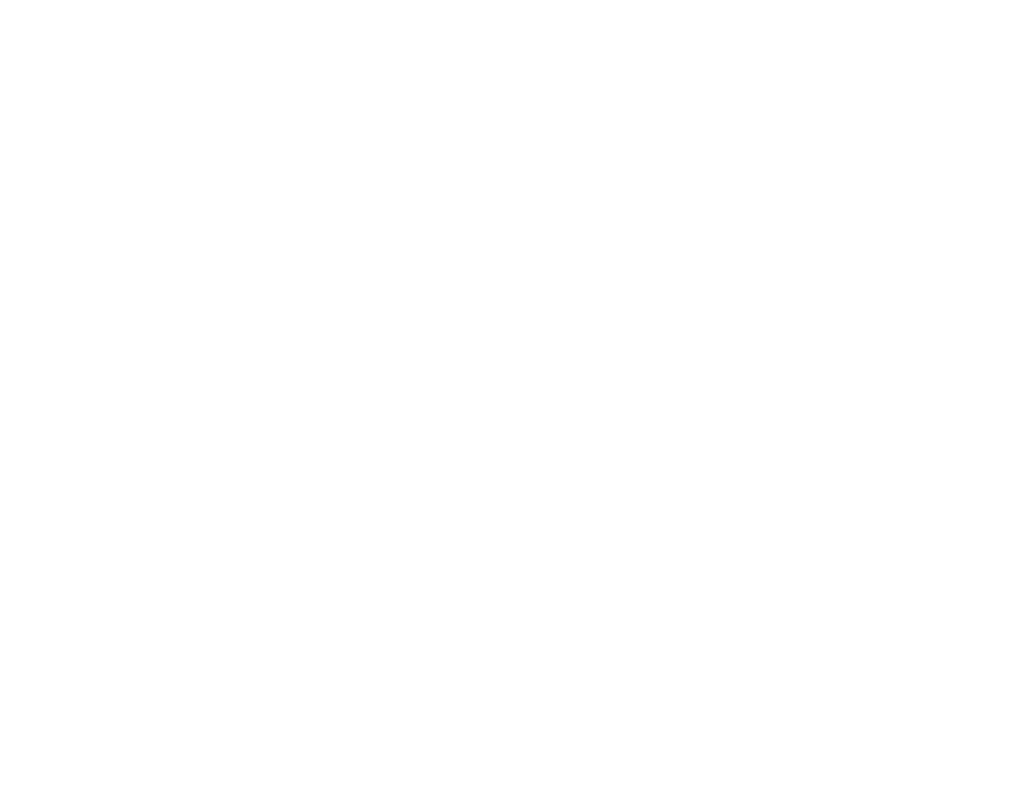
<source format=kicad_pcb>
(kicad_pcb
	(version 20241229)
	(generator "pcbnew")
	(generator_version "9.0")
	(general
		(thickness 1.6)
		(legacy_teardrops no)
	)
	(paper "A4")
	(layers
		(0 "F.Cu" signal)
		(2 "B.Cu" signal)
		(9 "F.Adhes" user "F.Adhesive")
		(11 "B.Adhes" user "B.Adhesive")
		(13 "F.Paste" user)
		(15 "B.Paste" user)
		(5 "F.SilkS" user "F.Silkscreen")
		(7 "B.SilkS" user "B.Silkscreen")
		(1 "F.Mask" user)
		(3 "B.Mask" user)
		(17 "Dwgs.User" user "User.Drawings")
		(19 "Cmts.User" user "User.Comments")
		(21 "Eco1.User" user "User.Eco1")
		(23 "Eco2.User" user "User.Eco2")
		(25 "Edge.Cuts" user)
		(27 "Margin" user)
		(31 "F.CrtYd" user "F.Courtyard")
		(29 "B.CrtYd" user "B.Courtyard")
		(35 "F.Fab" user)
		(33 "B.Fab" user)
		(39 "User.1" user)
		(41 "User.2" user)
		(43 "User.3" user)
		(45 "User.4" user)
	)
	(setup
		(pad_to_mask_clearance 0)
		(allow_soldermask_bridges_in_footprints no)
		(tenting front back)
		(pcbplotparams
			(layerselection 0x00000000_00000000_55555555_5755f5ff)
			(plot_on_all_layers_selection 0x00000000_00000000_00000000_00000000)
			(disableapertmacros no)
			(usegerberextensions no)
			(usegerberattributes yes)
			(usegerberadvancedattributes yes)
			(creategerberjobfile yes)
			(dashed_line_dash_ratio 12.000000)
			(dashed_line_gap_ratio 3.000000)
			(svgprecision 4)
			(plotframeref no)
			(mode 1)
			(useauxorigin no)
			(hpglpennumber 1)
			(hpglpenspeed 20)
			(hpglpendiameter 15.000000)
			(pdf_front_fp_property_popups yes)
			(pdf_back_fp_property_popups yes)
			(pdf_metadata yes)
			(pdf_single_document no)
			(dxfpolygonmode yes)
			(dxfimperialunits yes)
			(dxfusepcbnewfont yes)
			(psnegative no)
			(psa4output no)
			(plot_black_and_white yes)
			(sketchpadsonfab no)
			(plotpadnumbers no)
			(hidednponfab no)
			(sketchdnponfab yes)
			(crossoutdnponfab yes)
			(subtractmaskfromsilk no)
			(outputformat 1)
			(mirror no)
			(drillshape 1)
			(scaleselection 1)
			(outputdirectory "")
		)
	)
	(net 0 "")
	(zone
		(net 0)
		(net_name "")
		(layer "F.Cu")
		(uuid "5489ada2-2c99-4d8a-93a0-c6f578d484d5")
		(hatch edge 0.5)
		(connect_pads
			(clearance 0)
		)
		(min_thickness 0.25)
		(filled_areas_thickness no)
		(keepout
			(tracks not_allowed)
			(vias not_allowed)
			(pads not_allowed)
			(copperpour allowed)
			(footprints allowed)
		)
		(placement
			(enabled no)
			(sheetname "")
		)
		(fill
			(thermal_gap 0.5)
			(thermal_bridge_width 0.5)
		)
		(polygon
			(pts
				(xy 165 75) (xy 145.5 75) (xy 145.5 90) (xy 165 90)
			)
		)
	)
	(embedded_fonts no)
)

</source>
